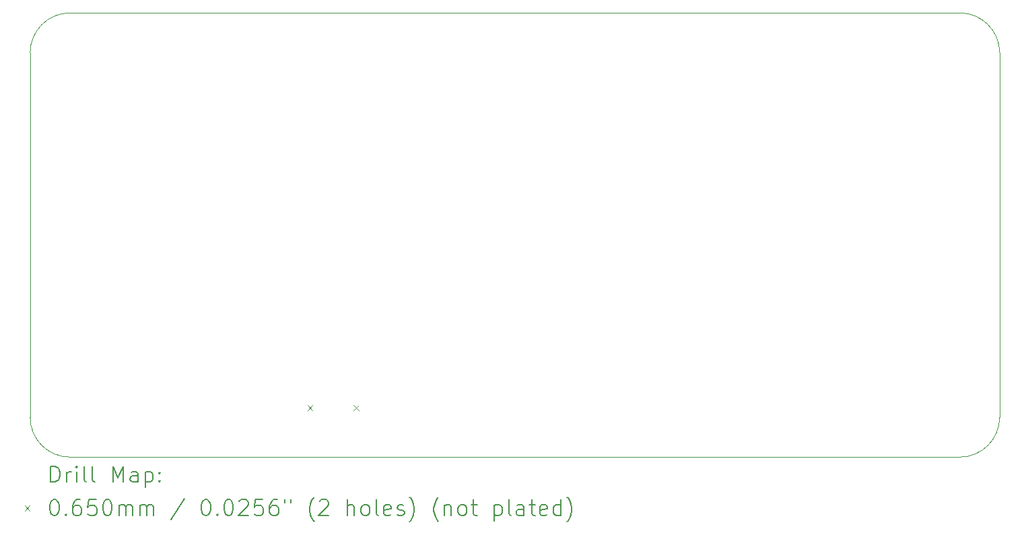
<source format=gbr>
%TF.GenerationSoftware,KiCad,Pcbnew,9.0.1-1.fc41*%
%TF.CreationDate,2025-04-11T00:28:42-07:00*%
%TF.ProjectId,Potentiostat KiCAD Prohject,506f7465-6e74-4696-9f73-746174204b69,rev?*%
%TF.SameCoordinates,Original*%
%TF.FileFunction,Drillmap*%
%TF.FilePolarity,Positive*%
%FSLAX45Y45*%
G04 Gerber Fmt 4.5, Leading zero omitted, Abs format (unit mm)*
G04 Created by KiCad (PCBNEW 9.0.1-1.fc41) date 2025-04-11 00:28:42*
%MOMM*%
%LPD*%
G01*
G04 APERTURE LIST*
%ADD10C,0.050000*%
%ADD11C,0.200000*%
%ADD12C,0.100000*%
G04 APERTURE END LIST*
D10*
X23376000Y-10922000D02*
X12184000Y-10922000D01*
X11684000Y-10422000D02*
X11684000Y-5834000D01*
X23376000Y-5334000D02*
G75*
G02*
X23876000Y-5834000I0J-500000D01*
G01*
X23876000Y-5834000D02*
X23876000Y-10422000D01*
X12184000Y-10922000D02*
G75*
G02*
X11684000Y-10422000I0J500000D01*
G01*
X12184000Y-5334000D02*
X23376000Y-5334000D01*
X23876000Y-10422000D02*
G75*
G02*
X23376000Y-10922000I-500000J0D01*
G01*
X11684000Y-5834000D02*
G75*
G02*
X12184000Y-5334000I500000J0D01*
G01*
D11*
D12*
X15172500Y-10267500D02*
X15237500Y-10332500D01*
X15237500Y-10267500D02*
X15172500Y-10332500D01*
X15750500Y-10267500D02*
X15815500Y-10332500D01*
X15815500Y-10267500D02*
X15750500Y-10332500D01*
D11*
X11942277Y-11235984D02*
X11942277Y-11035984D01*
X11942277Y-11035984D02*
X11989896Y-11035984D01*
X11989896Y-11035984D02*
X12018467Y-11045508D01*
X12018467Y-11045508D02*
X12037515Y-11064555D01*
X12037515Y-11064555D02*
X12047039Y-11083603D01*
X12047039Y-11083603D02*
X12056562Y-11121698D01*
X12056562Y-11121698D02*
X12056562Y-11150270D01*
X12056562Y-11150270D02*
X12047039Y-11188365D01*
X12047039Y-11188365D02*
X12037515Y-11207412D01*
X12037515Y-11207412D02*
X12018467Y-11226460D01*
X12018467Y-11226460D02*
X11989896Y-11235984D01*
X11989896Y-11235984D02*
X11942277Y-11235984D01*
X12142277Y-11235984D02*
X12142277Y-11102650D01*
X12142277Y-11140746D02*
X12151801Y-11121698D01*
X12151801Y-11121698D02*
X12161324Y-11112174D01*
X12161324Y-11112174D02*
X12180372Y-11102650D01*
X12180372Y-11102650D02*
X12199420Y-11102650D01*
X12266086Y-11235984D02*
X12266086Y-11102650D01*
X12266086Y-11035984D02*
X12256562Y-11045508D01*
X12256562Y-11045508D02*
X12266086Y-11055031D01*
X12266086Y-11055031D02*
X12275610Y-11045508D01*
X12275610Y-11045508D02*
X12266086Y-11035984D01*
X12266086Y-11035984D02*
X12266086Y-11055031D01*
X12389896Y-11235984D02*
X12370848Y-11226460D01*
X12370848Y-11226460D02*
X12361324Y-11207412D01*
X12361324Y-11207412D02*
X12361324Y-11035984D01*
X12494658Y-11235984D02*
X12475610Y-11226460D01*
X12475610Y-11226460D02*
X12466086Y-11207412D01*
X12466086Y-11207412D02*
X12466086Y-11035984D01*
X12723229Y-11235984D02*
X12723229Y-11035984D01*
X12723229Y-11035984D02*
X12789896Y-11178841D01*
X12789896Y-11178841D02*
X12856562Y-11035984D01*
X12856562Y-11035984D02*
X12856562Y-11235984D01*
X13037515Y-11235984D02*
X13037515Y-11131222D01*
X13037515Y-11131222D02*
X13027991Y-11112174D01*
X13027991Y-11112174D02*
X13008943Y-11102650D01*
X13008943Y-11102650D02*
X12970848Y-11102650D01*
X12970848Y-11102650D02*
X12951801Y-11112174D01*
X13037515Y-11226460D02*
X13018467Y-11235984D01*
X13018467Y-11235984D02*
X12970848Y-11235984D01*
X12970848Y-11235984D02*
X12951801Y-11226460D01*
X12951801Y-11226460D02*
X12942277Y-11207412D01*
X12942277Y-11207412D02*
X12942277Y-11188365D01*
X12942277Y-11188365D02*
X12951801Y-11169317D01*
X12951801Y-11169317D02*
X12970848Y-11159793D01*
X12970848Y-11159793D02*
X13018467Y-11159793D01*
X13018467Y-11159793D02*
X13037515Y-11150270D01*
X13132753Y-11102650D02*
X13132753Y-11302650D01*
X13132753Y-11112174D02*
X13151801Y-11102650D01*
X13151801Y-11102650D02*
X13189896Y-11102650D01*
X13189896Y-11102650D02*
X13208943Y-11112174D01*
X13208943Y-11112174D02*
X13218467Y-11121698D01*
X13218467Y-11121698D02*
X13227991Y-11140746D01*
X13227991Y-11140746D02*
X13227991Y-11197888D01*
X13227991Y-11197888D02*
X13218467Y-11216936D01*
X13218467Y-11216936D02*
X13208943Y-11226460D01*
X13208943Y-11226460D02*
X13189896Y-11235984D01*
X13189896Y-11235984D02*
X13151801Y-11235984D01*
X13151801Y-11235984D02*
X13132753Y-11226460D01*
X13313705Y-11216936D02*
X13323229Y-11226460D01*
X13323229Y-11226460D02*
X13313705Y-11235984D01*
X13313705Y-11235984D02*
X13304182Y-11226460D01*
X13304182Y-11226460D02*
X13313705Y-11216936D01*
X13313705Y-11216936D02*
X13313705Y-11235984D01*
X13313705Y-11112174D02*
X13323229Y-11121698D01*
X13323229Y-11121698D02*
X13313705Y-11131222D01*
X13313705Y-11131222D02*
X13304182Y-11121698D01*
X13304182Y-11121698D02*
X13313705Y-11112174D01*
X13313705Y-11112174D02*
X13313705Y-11131222D01*
D12*
X11616500Y-11532000D02*
X11681500Y-11597000D01*
X11681500Y-11532000D02*
X11616500Y-11597000D01*
D11*
X11980372Y-11455984D02*
X11999420Y-11455984D01*
X11999420Y-11455984D02*
X12018467Y-11465508D01*
X12018467Y-11465508D02*
X12027991Y-11475031D01*
X12027991Y-11475031D02*
X12037515Y-11494079D01*
X12037515Y-11494079D02*
X12047039Y-11532174D01*
X12047039Y-11532174D02*
X12047039Y-11579793D01*
X12047039Y-11579793D02*
X12037515Y-11617888D01*
X12037515Y-11617888D02*
X12027991Y-11636936D01*
X12027991Y-11636936D02*
X12018467Y-11646460D01*
X12018467Y-11646460D02*
X11999420Y-11655984D01*
X11999420Y-11655984D02*
X11980372Y-11655984D01*
X11980372Y-11655984D02*
X11961324Y-11646460D01*
X11961324Y-11646460D02*
X11951801Y-11636936D01*
X11951801Y-11636936D02*
X11942277Y-11617888D01*
X11942277Y-11617888D02*
X11932753Y-11579793D01*
X11932753Y-11579793D02*
X11932753Y-11532174D01*
X11932753Y-11532174D02*
X11942277Y-11494079D01*
X11942277Y-11494079D02*
X11951801Y-11475031D01*
X11951801Y-11475031D02*
X11961324Y-11465508D01*
X11961324Y-11465508D02*
X11980372Y-11455984D01*
X12132753Y-11636936D02*
X12142277Y-11646460D01*
X12142277Y-11646460D02*
X12132753Y-11655984D01*
X12132753Y-11655984D02*
X12123229Y-11646460D01*
X12123229Y-11646460D02*
X12132753Y-11636936D01*
X12132753Y-11636936D02*
X12132753Y-11655984D01*
X12313705Y-11455984D02*
X12275610Y-11455984D01*
X12275610Y-11455984D02*
X12256562Y-11465508D01*
X12256562Y-11465508D02*
X12247039Y-11475031D01*
X12247039Y-11475031D02*
X12227991Y-11503603D01*
X12227991Y-11503603D02*
X12218467Y-11541698D01*
X12218467Y-11541698D02*
X12218467Y-11617888D01*
X12218467Y-11617888D02*
X12227991Y-11636936D01*
X12227991Y-11636936D02*
X12237515Y-11646460D01*
X12237515Y-11646460D02*
X12256562Y-11655984D01*
X12256562Y-11655984D02*
X12294658Y-11655984D01*
X12294658Y-11655984D02*
X12313705Y-11646460D01*
X12313705Y-11646460D02*
X12323229Y-11636936D01*
X12323229Y-11636936D02*
X12332753Y-11617888D01*
X12332753Y-11617888D02*
X12332753Y-11570269D01*
X12332753Y-11570269D02*
X12323229Y-11551222D01*
X12323229Y-11551222D02*
X12313705Y-11541698D01*
X12313705Y-11541698D02*
X12294658Y-11532174D01*
X12294658Y-11532174D02*
X12256562Y-11532174D01*
X12256562Y-11532174D02*
X12237515Y-11541698D01*
X12237515Y-11541698D02*
X12227991Y-11551222D01*
X12227991Y-11551222D02*
X12218467Y-11570269D01*
X12513705Y-11455984D02*
X12418467Y-11455984D01*
X12418467Y-11455984D02*
X12408943Y-11551222D01*
X12408943Y-11551222D02*
X12418467Y-11541698D01*
X12418467Y-11541698D02*
X12437515Y-11532174D01*
X12437515Y-11532174D02*
X12485134Y-11532174D01*
X12485134Y-11532174D02*
X12504182Y-11541698D01*
X12504182Y-11541698D02*
X12513705Y-11551222D01*
X12513705Y-11551222D02*
X12523229Y-11570269D01*
X12523229Y-11570269D02*
X12523229Y-11617888D01*
X12523229Y-11617888D02*
X12513705Y-11636936D01*
X12513705Y-11636936D02*
X12504182Y-11646460D01*
X12504182Y-11646460D02*
X12485134Y-11655984D01*
X12485134Y-11655984D02*
X12437515Y-11655984D01*
X12437515Y-11655984D02*
X12418467Y-11646460D01*
X12418467Y-11646460D02*
X12408943Y-11636936D01*
X12647039Y-11455984D02*
X12666086Y-11455984D01*
X12666086Y-11455984D02*
X12685134Y-11465508D01*
X12685134Y-11465508D02*
X12694658Y-11475031D01*
X12694658Y-11475031D02*
X12704182Y-11494079D01*
X12704182Y-11494079D02*
X12713705Y-11532174D01*
X12713705Y-11532174D02*
X12713705Y-11579793D01*
X12713705Y-11579793D02*
X12704182Y-11617888D01*
X12704182Y-11617888D02*
X12694658Y-11636936D01*
X12694658Y-11636936D02*
X12685134Y-11646460D01*
X12685134Y-11646460D02*
X12666086Y-11655984D01*
X12666086Y-11655984D02*
X12647039Y-11655984D01*
X12647039Y-11655984D02*
X12627991Y-11646460D01*
X12627991Y-11646460D02*
X12618467Y-11636936D01*
X12618467Y-11636936D02*
X12608943Y-11617888D01*
X12608943Y-11617888D02*
X12599420Y-11579793D01*
X12599420Y-11579793D02*
X12599420Y-11532174D01*
X12599420Y-11532174D02*
X12608943Y-11494079D01*
X12608943Y-11494079D02*
X12618467Y-11475031D01*
X12618467Y-11475031D02*
X12627991Y-11465508D01*
X12627991Y-11465508D02*
X12647039Y-11455984D01*
X12799420Y-11655984D02*
X12799420Y-11522650D01*
X12799420Y-11541698D02*
X12808943Y-11532174D01*
X12808943Y-11532174D02*
X12827991Y-11522650D01*
X12827991Y-11522650D02*
X12856563Y-11522650D01*
X12856563Y-11522650D02*
X12875610Y-11532174D01*
X12875610Y-11532174D02*
X12885134Y-11551222D01*
X12885134Y-11551222D02*
X12885134Y-11655984D01*
X12885134Y-11551222D02*
X12894658Y-11532174D01*
X12894658Y-11532174D02*
X12913705Y-11522650D01*
X12913705Y-11522650D02*
X12942277Y-11522650D01*
X12942277Y-11522650D02*
X12961324Y-11532174D01*
X12961324Y-11532174D02*
X12970848Y-11551222D01*
X12970848Y-11551222D02*
X12970848Y-11655984D01*
X13066086Y-11655984D02*
X13066086Y-11522650D01*
X13066086Y-11541698D02*
X13075610Y-11532174D01*
X13075610Y-11532174D02*
X13094658Y-11522650D01*
X13094658Y-11522650D02*
X13123229Y-11522650D01*
X13123229Y-11522650D02*
X13142277Y-11532174D01*
X13142277Y-11532174D02*
X13151801Y-11551222D01*
X13151801Y-11551222D02*
X13151801Y-11655984D01*
X13151801Y-11551222D02*
X13161324Y-11532174D01*
X13161324Y-11532174D02*
X13180372Y-11522650D01*
X13180372Y-11522650D02*
X13208943Y-11522650D01*
X13208943Y-11522650D02*
X13227991Y-11532174D01*
X13227991Y-11532174D02*
X13237515Y-11551222D01*
X13237515Y-11551222D02*
X13237515Y-11655984D01*
X13627991Y-11446460D02*
X13456563Y-11703603D01*
X13885134Y-11455984D02*
X13904182Y-11455984D01*
X13904182Y-11455984D02*
X13923229Y-11465508D01*
X13923229Y-11465508D02*
X13932753Y-11475031D01*
X13932753Y-11475031D02*
X13942277Y-11494079D01*
X13942277Y-11494079D02*
X13951801Y-11532174D01*
X13951801Y-11532174D02*
X13951801Y-11579793D01*
X13951801Y-11579793D02*
X13942277Y-11617888D01*
X13942277Y-11617888D02*
X13932753Y-11636936D01*
X13932753Y-11636936D02*
X13923229Y-11646460D01*
X13923229Y-11646460D02*
X13904182Y-11655984D01*
X13904182Y-11655984D02*
X13885134Y-11655984D01*
X13885134Y-11655984D02*
X13866086Y-11646460D01*
X13866086Y-11646460D02*
X13856563Y-11636936D01*
X13856563Y-11636936D02*
X13847039Y-11617888D01*
X13847039Y-11617888D02*
X13837515Y-11579793D01*
X13837515Y-11579793D02*
X13837515Y-11532174D01*
X13837515Y-11532174D02*
X13847039Y-11494079D01*
X13847039Y-11494079D02*
X13856563Y-11475031D01*
X13856563Y-11475031D02*
X13866086Y-11465508D01*
X13866086Y-11465508D02*
X13885134Y-11455984D01*
X14037515Y-11636936D02*
X14047039Y-11646460D01*
X14047039Y-11646460D02*
X14037515Y-11655984D01*
X14037515Y-11655984D02*
X14027991Y-11646460D01*
X14027991Y-11646460D02*
X14037515Y-11636936D01*
X14037515Y-11636936D02*
X14037515Y-11655984D01*
X14170848Y-11455984D02*
X14189896Y-11455984D01*
X14189896Y-11455984D02*
X14208944Y-11465508D01*
X14208944Y-11465508D02*
X14218467Y-11475031D01*
X14218467Y-11475031D02*
X14227991Y-11494079D01*
X14227991Y-11494079D02*
X14237515Y-11532174D01*
X14237515Y-11532174D02*
X14237515Y-11579793D01*
X14237515Y-11579793D02*
X14227991Y-11617888D01*
X14227991Y-11617888D02*
X14218467Y-11636936D01*
X14218467Y-11636936D02*
X14208944Y-11646460D01*
X14208944Y-11646460D02*
X14189896Y-11655984D01*
X14189896Y-11655984D02*
X14170848Y-11655984D01*
X14170848Y-11655984D02*
X14151801Y-11646460D01*
X14151801Y-11646460D02*
X14142277Y-11636936D01*
X14142277Y-11636936D02*
X14132753Y-11617888D01*
X14132753Y-11617888D02*
X14123229Y-11579793D01*
X14123229Y-11579793D02*
X14123229Y-11532174D01*
X14123229Y-11532174D02*
X14132753Y-11494079D01*
X14132753Y-11494079D02*
X14142277Y-11475031D01*
X14142277Y-11475031D02*
X14151801Y-11465508D01*
X14151801Y-11465508D02*
X14170848Y-11455984D01*
X14313706Y-11475031D02*
X14323229Y-11465508D01*
X14323229Y-11465508D02*
X14342277Y-11455984D01*
X14342277Y-11455984D02*
X14389896Y-11455984D01*
X14389896Y-11455984D02*
X14408944Y-11465508D01*
X14408944Y-11465508D02*
X14418467Y-11475031D01*
X14418467Y-11475031D02*
X14427991Y-11494079D01*
X14427991Y-11494079D02*
X14427991Y-11513127D01*
X14427991Y-11513127D02*
X14418467Y-11541698D01*
X14418467Y-11541698D02*
X14304182Y-11655984D01*
X14304182Y-11655984D02*
X14427991Y-11655984D01*
X14608944Y-11455984D02*
X14513706Y-11455984D01*
X14513706Y-11455984D02*
X14504182Y-11551222D01*
X14504182Y-11551222D02*
X14513706Y-11541698D01*
X14513706Y-11541698D02*
X14532753Y-11532174D01*
X14532753Y-11532174D02*
X14580372Y-11532174D01*
X14580372Y-11532174D02*
X14599420Y-11541698D01*
X14599420Y-11541698D02*
X14608944Y-11551222D01*
X14608944Y-11551222D02*
X14618467Y-11570269D01*
X14618467Y-11570269D02*
X14618467Y-11617888D01*
X14618467Y-11617888D02*
X14608944Y-11636936D01*
X14608944Y-11636936D02*
X14599420Y-11646460D01*
X14599420Y-11646460D02*
X14580372Y-11655984D01*
X14580372Y-11655984D02*
X14532753Y-11655984D01*
X14532753Y-11655984D02*
X14513706Y-11646460D01*
X14513706Y-11646460D02*
X14504182Y-11636936D01*
X14789896Y-11455984D02*
X14751801Y-11455984D01*
X14751801Y-11455984D02*
X14732753Y-11465508D01*
X14732753Y-11465508D02*
X14723229Y-11475031D01*
X14723229Y-11475031D02*
X14704182Y-11503603D01*
X14704182Y-11503603D02*
X14694658Y-11541698D01*
X14694658Y-11541698D02*
X14694658Y-11617888D01*
X14694658Y-11617888D02*
X14704182Y-11636936D01*
X14704182Y-11636936D02*
X14713706Y-11646460D01*
X14713706Y-11646460D02*
X14732753Y-11655984D01*
X14732753Y-11655984D02*
X14770848Y-11655984D01*
X14770848Y-11655984D02*
X14789896Y-11646460D01*
X14789896Y-11646460D02*
X14799420Y-11636936D01*
X14799420Y-11636936D02*
X14808944Y-11617888D01*
X14808944Y-11617888D02*
X14808944Y-11570269D01*
X14808944Y-11570269D02*
X14799420Y-11551222D01*
X14799420Y-11551222D02*
X14789896Y-11541698D01*
X14789896Y-11541698D02*
X14770848Y-11532174D01*
X14770848Y-11532174D02*
X14732753Y-11532174D01*
X14732753Y-11532174D02*
X14713706Y-11541698D01*
X14713706Y-11541698D02*
X14704182Y-11551222D01*
X14704182Y-11551222D02*
X14694658Y-11570269D01*
X14885134Y-11455984D02*
X14885134Y-11494079D01*
X14961325Y-11455984D02*
X14961325Y-11494079D01*
X15256563Y-11732174D02*
X15247039Y-11722650D01*
X15247039Y-11722650D02*
X15227991Y-11694079D01*
X15227991Y-11694079D02*
X15218468Y-11675031D01*
X15218468Y-11675031D02*
X15208944Y-11646460D01*
X15208944Y-11646460D02*
X15199420Y-11598841D01*
X15199420Y-11598841D02*
X15199420Y-11560746D01*
X15199420Y-11560746D02*
X15208944Y-11513127D01*
X15208944Y-11513127D02*
X15218468Y-11484555D01*
X15218468Y-11484555D02*
X15227991Y-11465508D01*
X15227991Y-11465508D02*
X15247039Y-11436936D01*
X15247039Y-11436936D02*
X15256563Y-11427412D01*
X15323229Y-11475031D02*
X15332753Y-11465508D01*
X15332753Y-11465508D02*
X15351801Y-11455984D01*
X15351801Y-11455984D02*
X15399420Y-11455984D01*
X15399420Y-11455984D02*
X15418468Y-11465508D01*
X15418468Y-11465508D02*
X15427991Y-11475031D01*
X15427991Y-11475031D02*
X15437515Y-11494079D01*
X15437515Y-11494079D02*
X15437515Y-11513127D01*
X15437515Y-11513127D02*
X15427991Y-11541698D01*
X15427991Y-11541698D02*
X15313706Y-11655984D01*
X15313706Y-11655984D02*
X15437515Y-11655984D01*
X15675610Y-11655984D02*
X15675610Y-11455984D01*
X15761325Y-11655984D02*
X15761325Y-11551222D01*
X15761325Y-11551222D02*
X15751801Y-11532174D01*
X15751801Y-11532174D02*
X15732753Y-11522650D01*
X15732753Y-11522650D02*
X15704182Y-11522650D01*
X15704182Y-11522650D02*
X15685134Y-11532174D01*
X15685134Y-11532174D02*
X15675610Y-11541698D01*
X15885134Y-11655984D02*
X15866087Y-11646460D01*
X15866087Y-11646460D02*
X15856563Y-11636936D01*
X15856563Y-11636936D02*
X15847039Y-11617888D01*
X15847039Y-11617888D02*
X15847039Y-11560746D01*
X15847039Y-11560746D02*
X15856563Y-11541698D01*
X15856563Y-11541698D02*
X15866087Y-11532174D01*
X15866087Y-11532174D02*
X15885134Y-11522650D01*
X15885134Y-11522650D02*
X15913706Y-11522650D01*
X15913706Y-11522650D02*
X15932753Y-11532174D01*
X15932753Y-11532174D02*
X15942277Y-11541698D01*
X15942277Y-11541698D02*
X15951801Y-11560746D01*
X15951801Y-11560746D02*
X15951801Y-11617888D01*
X15951801Y-11617888D02*
X15942277Y-11636936D01*
X15942277Y-11636936D02*
X15932753Y-11646460D01*
X15932753Y-11646460D02*
X15913706Y-11655984D01*
X15913706Y-11655984D02*
X15885134Y-11655984D01*
X16066087Y-11655984D02*
X16047039Y-11646460D01*
X16047039Y-11646460D02*
X16037515Y-11627412D01*
X16037515Y-11627412D02*
X16037515Y-11455984D01*
X16218468Y-11646460D02*
X16199420Y-11655984D01*
X16199420Y-11655984D02*
X16161325Y-11655984D01*
X16161325Y-11655984D02*
X16142277Y-11646460D01*
X16142277Y-11646460D02*
X16132753Y-11627412D01*
X16132753Y-11627412D02*
X16132753Y-11551222D01*
X16132753Y-11551222D02*
X16142277Y-11532174D01*
X16142277Y-11532174D02*
X16161325Y-11522650D01*
X16161325Y-11522650D02*
X16199420Y-11522650D01*
X16199420Y-11522650D02*
X16218468Y-11532174D01*
X16218468Y-11532174D02*
X16227991Y-11551222D01*
X16227991Y-11551222D02*
X16227991Y-11570269D01*
X16227991Y-11570269D02*
X16132753Y-11589317D01*
X16304182Y-11646460D02*
X16323230Y-11655984D01*
X16323230Y-11655984D02*
X16361325Y-11655984D01*
X16361325Y-11655984D02*
X16380372Y-11646460D01*
X16380372Y-11646460D02*
X16389896Y-11627412D01*
X16389896Y-11627412D02*
X16389896Y-11617888D01*
X16389896Y-11617888D02*
X16380372Y-11598841D01*
X16380372Y-11598841D02*
X16361325Y-11589317D01*
X16361325Y-11589317D02*
X16332753Y-11589317D01*
X16332753Y-11589317D02*
X16313706Y-11579793D01*
X16313706Y-11579793D02*
X16304182Y-11560746D01*
X16304182Y-11560746D02*
X16304182Y-11551222D01*
X16304182Y-11551222D02*
X16313706Y-11532174D01*
X16313706Y-11532174D02*
X16332753Y-11522650D01*
X16332753Y-11522650D02*
X16361325Y-11522650D01*
X16361325Y-11522650D02*
X16380372Y-11532174D01*
X16456563Y-11732174D02*
X16466087Y-11722650D01*
X16466087Y-11722650D02*
X16485134Y-11694079D01*
X16485134Y-11694079D02*
X16494658Y-11675031D01*
X16494658Y-11675031D02*
X16504182Y-11646460D01*
X16504182Y-11646460D02*
X16513706Y-11598841D01*
X16513706Y-11598841D02*
X16513706Y-11560746D01*
X16513706Y-11560746D02*
X16504182Y-11513127D01*
X16504182Y-11513127D02*
X16494658Y-11484555D01*
X16494658Y-11484555D02*
X16485134Y-11465508D01*
X16485134Y-11465508D02*
X16466087Y-11436936D01*
X16466087Y-11436936D02*
X16456563Y-11427412D01*
X16818468Y-11732174D02*
X16808944Y-11722650D01*
X16808944Y-11722650D02*
X16789896Y-11694079D01*
X16789896Y-11694079D02*
X16780373Y-11675031D01*
X16780373Y-11675031D02*
X16770849Y-11646460D01*
X16770849Y-11646460D02*
X16761325Y-11598841D01*
X16761325Y-11598841D02*
X16761325Y-11560746D01*
X16761325Y-11560746D02*
X16770849Y-11513127D01*
X16770849Y-11513127D02*
X16780373Y-11484555D01*
X16780373Y-11484555D02*
X16789896Y-11465508D01*
X16789896Y-11465508D02*
X16808944Y-11436936D01*
X16808944Y-11436936D02*
X16818468Y-11427412D01*
X16894658Y-11522650D02*
X16894658Y-11655984D01*
X16894658Y-11541698D02*
X16904182Y-11532174D01*
X16904182Y-11532174D02*
X16923230Y-11522650D01*
X16923230Y-11522650D02*
X16951801Y-11522650D01*
X16951801Y-11522650D02*
X16970849Y-11532174D01*
X16970849Y-11532174D02*
X16980373Y-11551222D01*
X16980373Y-11551222D02*
X16980373Y-11655984D01*
X17104182Y-11655984D02*
X17085134Y-11646460D01*
X17085134Y-11646460D02*
X17075611Y-11636936D01*
X17075611Y-11636936D02*
X17066087Y-11617888D01*
X17066087Y-11617888D02*
X17066087Y-11560746D01*
X17066087Y-11560746D02*
X17075611Y-11541698D01*
X17075611Y-11541698D02*
X17085134Y-11532174D01*
X17085134Y-11532174D02*
X17104182Y-11522650D01*
X17104182Y-11522650D02*
X17132754Y-11522650D01*
X17132754Y-11522650D02*
X17151801Y-11532174D01*
X17151801Y-11532174D02*
X17161325Y-11541698D01*
X17161325Y-11541698D02*
X17170849Y-11560746D01*
X17170849Y-11560746D02*
X17170849Y-11617888D01*
X17170849Y-11617888D02*
X17161325Y-11636936D01*
X17161325Y-11636936D02*
X17151801Y-11646460D01*
X17151801Y-11646460D02*
X17132754Y-11655984D01*
X17132754Y-11655984D02*
X17104182Y-11655984D01*
X17227992Y-11522650D02*
X17304182Y-11522650D01*
X17256563Y-11455984D02*
X17256563Y-11627412D01*
X17256563Y-11627412D02*
X17266087Y-11646460D01*
X17266087Y-11646460D02*
X17285134Y-11655984D01*
X17285134Y-11655984D02*
X17304182Y-11655984D01*
X17523230Y-11522650D02*
X17523230Y-11722650D01*
X17523230Y-11532174D02*
X17542277Y-11522650D01*
X17542277Y-11522650D02*
X17580373Y-11522650D01*
X17580373Y-11522650D02*
X17599420Y-11532174D01*
X17599420Y-11532174D02*
X17608944Y-11541698D01*
X17608944Y-11541698D02*
X17618468Y-11560746D01*
X17618468Y-11560746D02*
X17618468Y-11617888D01*
X17618468Y-11617888D02*
X17608944Y-11636936D01*
X17608944Y-11636936D02*
X17599420Y-11646460D01*
X17599420Y-11646460D02*
X17580373Y-11655984D01*
X17580373Y-11655984D02*
X17542277Y-11655984D01*
X17542277Y-11655984D02*
X17523230Y-11646460D01*
X17732754Y-11655984D02*
X17713706Y-11646460D01*
X17713706Y-11646460D02*
X17704182Y-11627412D01*
X17704182Y-11627412D02*
X17704182Y-11455984D01*
X17894658Y-11655984D02*
X17894658Y-11551222D01*
X17894658Y-11551222D02*
X17885135Y-11532174D01*
X17885135Y-11532174D02*
X17866087Y-11522650D01*
X17866087Y-11522650D02*
X17827992Y-11522650D01*
X17827992Y-11522650D02*
X17808944Y-11532174D01*
X17894658Y-11646460D02*
X17875611Y-11655984D01*
X17875611Y-11655984D02*
X17827992Y-11655984D01*
X17827992Y-11655984D02*
X17808944Y-11646460D01*
X17808944Y-11646460D02*
X17799420Y-11627412D01*
X17799420Y-11627412D02*
X17799420Y-11608365D01*
X17799420Y-11608365D02*
X17808944Y-11589317D01*
X17808944Y-11589317D02*
X17827992Y-11579793D01*
X17827992Y-11579793D02*
X17875611Y-11579793D01*
X17875611Y-11579793D02*
X17894658Y-11570269D01*
X17961325Y-11522650D02*
X18037515Y-11522650D01*
X17989896Y-11455984D02*
X17989896Y-11627412D01*
X17989896Y-11627412D02*
X17999420Y-11646460D01*
X17999420Y-11646460D02*
X18018468Y-11655984D01*
X18018468Y-11655984D02*
X18037515Y-11655984D01*
X18180373Y-11646460D02*
X18161325Y-11655984D01*
X18161325Y-11655984D02*
X18123230Y-11655984D01*
X18123230Y-11655984D02*
X18104182Y-11646460D01*
X18104182Y-11646460D02*
X18094658Y-11627412D01*
X18094658Y-11627412D02*
X18094658Y-11551222D01*
X18094658Y-11551222D02*
X18104182Y-11532174D01*
X18104182Y-11532174D02*
X18123230Y-11522650D01*
X18123230Y-11522650D02*
X18161325Y-11522650D01*
X18161325Y-11522650D02*
X18180373Y-11532174D01*
X18180373Y-11532174D02*
X18189896Y-11551222D01*
X18189896Y-11551222D02*
X18189896Y-11570269D01*
X18189896Y-11570269D02*
X18094658Y-11589317D01*
X18361325Y-11655984D02*
X18361325Y-11455984D01*
X18361325Y-11646460D02*
X18342277Y-11655984D01*
X18342277Y-11655984D02*
X18304182Y-11655984D01*
X18304182Y-11655984D02*
X18285135Y-11646460D01*
X18285135Y-11646460D02*
X18275611Y-11636936D01*
X18275611Y-11636936D02*
X18266087Y-11617888D01*
X18266087Y-11617888D02*
X18266087Y-11560746D01*
X18266087Y-11560746D02*
X18275611Y-11541698D01*
X18275611Y-11541698D02*
X18285135Y-11532174D01*
X18285135Y-11532174D02*
X18304182Y-11522650D01*
X18304182Y-11522650D02*
X18342277Y-11522650D01*
X18342277Y-11522650D02*
X18361325Y-11532174D01*
X18437516Y-11732174D02*
X18447039Y-11722650D01*
X18447039Y-11722650D02*
X18466087Y-11694079D01*
X18466087Y-11694079D02*
X18475611Y-11675031D01*
X18475611Y-11675031D02*
X18485135Y-11646460D01*
X18485135Y-11646460D02*
X18494658Y-11598841D01*
X18494658Y-11598841D02*
X18494658Y-11560746D01*
X18494658Y-11560746D02*
X18485135Y-11513127D01*
X18485135Y-11513127D02*
X18475611Y-11484555D01*
X18475611Y-11484555D02*
X18466087Y-11465508D01*
X18466087Y-11465508D02*
X18447039Y-11436936D01*
X18447039Y-11436936D02*
X18437516Y-11427412D01*
M02*

</source>
